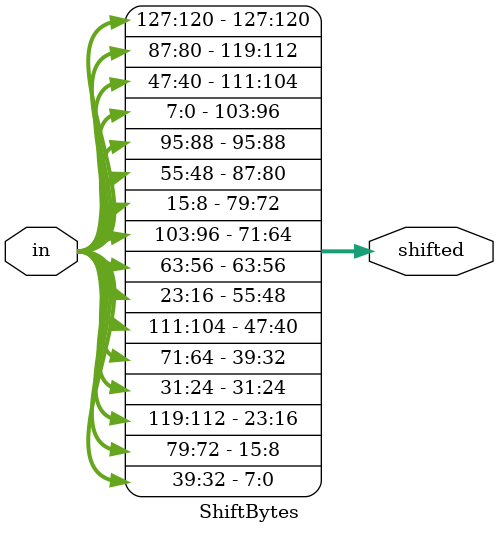
<source format=v>
module ShiftBytes (in,shifted);
input [127:0] in;
output [127:0] shifted;
  
assign shifted  [127:120]= in[127:120];
assign shifted  [95:88]= in[95:88];
assign shifted  [63:56]= in[63:56];
assign shifted  [31:24]= in[31:24];
     
assign shifted  [119:112]= in[87:80];
assign shifted  [87:80]= in[55:48];
assign shifted  [55:48]= in[23:16];
assign shifted  [23:16]= in[119:112];
      
assign shifted  [111:104]= in[47:40];
assign shifted  [79:72]= in[15:8];
assign shifted  [47:40]= in[111:104];
assign shifted  [15:8]= in[79:72];
      
assign shifted  [103:96]= in[7:0];
assign shifted  [71:64]= in[103:96];
assign shifted  [39:32]= in[71:64];
assign shifted  [7:0]= in[39:32];
endmodule
</source>
